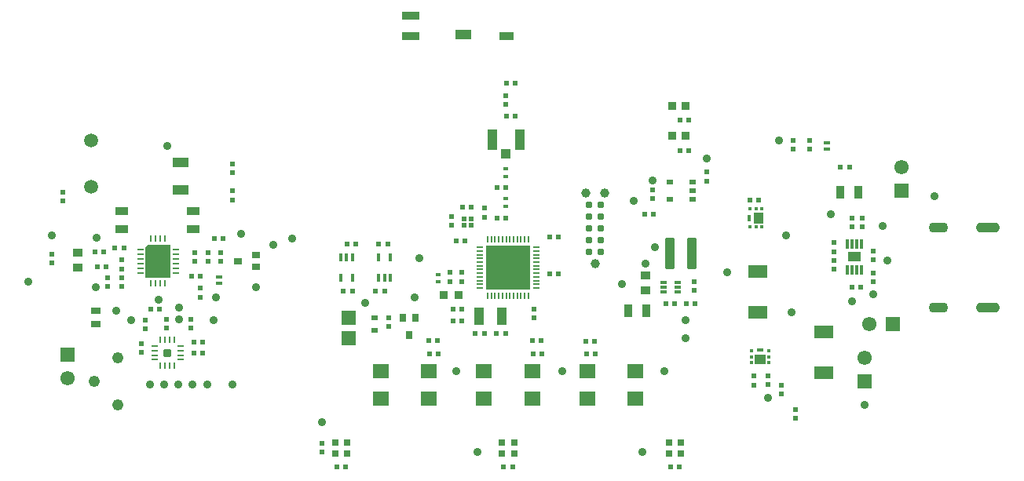
<source format=gbr>
G04*
G04 #@! TF.GenerationSoftware,Altium Limited,Altium Designer,24.3.1 (35)*
G04*
G04 Layer_Color=255*
%FSLAX44Y44*%
%MOMM*%
G71*
G04*
G04 #@! TF.SameCoordinates,025A4B24-8724-457C-B47B-0DB420FA472D*
G04*
G04*
G04 #@! TF.FilePolarity,Positive*
G04*
G01*
G75*
%ADD19R,1.6300X0.8600*%
%ADD20R,1.7700X1.1000*%
%ADD21R,1.8800X0.8600*%
%ADD22O,0.2000X0.8000*%
%ADD23O,0.8000X0.2000*%
%ADD24R,4.7000X4.7000*%
%ADD25R,0.6200X0.5700*%
%ADD26R,0.8000X0.7000*%
%ADD27R,0.5000X0.5500*%
%ADD28R,0.9500X0.9500*%
%ADD29R,0.8000X0.4600*%
%ADD30R,1.2000X1.1000*%
%ADD31R,0.4000X0.3500*%
%ADD32R,0.4600X0.8000*%
%ADD33R,1.1000X1.2000*%
%ADD34R,0.3500X0.4000*%
%ADD35R,0.4000X0.9500*%
%ADD36R,0.5700X0.6200*%
%ADD37R,1.1000X1.9000*%
%ADD38R,0.5200X0.4700*%
%ADD39R,1.4500X1.0500*%
%ADD40R,0.3200X1.0500*%
G04:AMPARAMS|DCode=41|XSize=0.3mm|YSize=0.67mm|CornerRadius=0.02mm|HoleSize=0mm|Usage=FLASHONLY|Rotation=270.000|XOffset=0mm|YOffset=0mm|HoleType=Round|Shape=RoundedRectangle|*
%AMROUNDEDRECTD41*
21,1,0.3000,0.6300,0,0,270.0*
21,1,0.2600,0.6700,0,0,270.0*
1,1,0.0400,-0.3150,-0.1300*
1,1,0.0400,-0.3150,0.1300*
1,1,0.0400,0.3150,0.1300*
1,1,0.0400,0.3150,-0.1300*
%
%ADD41ROUNDEDRECTD41*%
%ADD42R,0.8001X0.5500*%
G04:AMPARAMS|DCode=43|XSize=0.8mm|YSize=0.8mm|CornerRadius=0.02mm|HoleSize=0mm|Usage=FLASHONLY|Rotation=270.000|XOffset=0mm|YOffset=0mm|HoleType=Round|Shape=RoundedRectangle|*
%AMROUNDEDRECTD43*
21,1,0.8000,0.7600,0,0,270.0*
21,1,0.7600,0.8000,0,0,270.0*
1,1,0.0400,-0.3800,-0.3800*
1,1,0.0400,-0.3800,0.3800*
1,1,0.0400,0.3800,0.3800*
1,1,0.0400,0.3800,-0.3800*
%
%ADD43ROUNDEDRECTD43*%
G04:AMPARAMS|DCode=44|XSize=0.24mm|YSize=0.6mm|CornerRadius=0.02mm|HoleSize=0mm|Usage=FLASHONLY|Rotation=270.000|XOffset=0mm|YOffset=0mm|HoleType=Round|Shape=RoundedRectangle|*
%AMROUNDEDRECTD44*
21,1,0.2400,0.5600,0,0,270.0*
21,1,0.2000,0.6000,0,0,270.0*
1,1,0.0400,-0.2800,-0.1000*
1,1,0.0400,-0.2800,0.1000*
1,1,0.0400,0.2800,0.1000*
1,1,0.0400,0.2800,-0.1000*
%
%ADD44ROUNDEDRECTD44*%
G04:AMPARAMS|DCode=45|XSize=0.24mm|YSize=0.6mm|CornerRadius=0.02mm|HoleSize=0mm|Usage=FLASHONLY|Rotation=0.000|XOffset=0mm|YOffset=0mm|HoleType=Round|Shape=RoundedRectangle|*
%AMROUNDEDRECTD45*
21,1,0.2400,0.5600,0,0,0.0*
21,1,0.2000,0.6000,0,0,0.0*
1,1,0.0400,0.1000,-0.2800*
1,1,0.0400,-0.1000,-0.2800*
1,1,0.0400,-0.1000,0.2800*
1,1,0.0400,0.1000,0.2800*
%
%ADD45ROUNDEDRECTD45*%
%ADD46R,0.2500X0.7000*%
%ADD47R,0.7000X0.2500*%
%ADD48R,1.8000X1.5000*%
%ADD49R,0.5500X0.5000*%
%ADD50R,0.9500X1.3500*%
%ADD51R,1.0000X0.9000*%
G04:AMPARAMS|DCode=52|XSize=1.6mm|YSize=1.5mm|CornerRadius=0.03mm|HoleSize=0mm|Usage=FLASHONLY|Rotation=90.000|XOffset=0mm|YOffset=0mm|HoleType=Round|Shape=RoundedRectangle|*
%AMROUNDEDRECTD52*
21,1,1.6000,1.4400,0,0,90.0*
21,1,1.5400,1.5000,0,0,90.0*
1,1,0.0600,0.7200,0.7700*
1,1,0.0600,0.7200,-0.7700*
1,1,0.0600,-0.7200,-0.7700*
1,1,0.0600,-0.7200,0.7700*
%
%ADD52ROUNDEDRECTD52*%
%ADD53R,1.0000X0.8000*%
%ADD54R,0.9000X0.7000*%
%ADD55R,0.7000X0.9000*%
G04:AMPARAMS|DCode=56|XSize=0.98mm|YSize=3.4mm|CornerRadius=0.08mm|HoleSize=0mm|Usage=FLASHONLY|Rotation=180.000|XOffset=0mm|YOffset=0mm|HoleType=Round|Shape=RoundedRectangle|*
%AMROUNDEDRECTD56*
21,1,0.9800,3.2400,0,0,180.0*
21,1,0.8200,3.4000,0,0,180.0*
1,1,0.1600,-0.4100,1.6200*
1,1,0.1600,0.4100,1.6200*
1,1,0.1600,0.4100,-1.6200*
1,1,0.1600,-0.4100,-1.6200*
%
%ADD56ROUNDEDRECTD56*%
G04:AMPARAMS|DCode=57|XSize=0.4mm|YSize=0.5mm|CornerRadius=0.03mm|HoleSize=0mm|Usage=FLASHONLY|Rotation=270.000|XOffset=0mm|YOffset=0mm|HoleType=Round|Shape=RoundedRectangle|*
%AMROUNDEDRECTD57*
21,1,0.4000,0.4400,0,0,270.0*
21,1,0.3400,0.5000,0,0,270.0*
1,1,0.0600,-0.2200,-0.1700*
1,1,0.0600,-0.2200,0.1700*
1,1,0.0600,0.2200,0.1700*
1,1,0.0600,0.2200,-0.1700*
%
%ADD57ROUNDEDRECTD57*%
%ADD58R,0.9000X0.9700*%
%ADD59R,1.0000X1.0500*%
%ADD60R,1.0500X2.2000*%
%ADD61R,0.7000X0.4000*%
%ADD62R,2.1000X1.4000*%
%ADD63R,0.7000X0.4000*%
%ADD64R,0.7000X0.6000*%
%ADD65R,1.8000X1.1000*%
%ADD66R,1.4000X0.9500*%
%ADD122C,1.2192*%
G04:AMPARAMS|DCode=124|XSize=1.1mm|YSize=2.6mm|CornerRadius=0.55mm|HoleSize=0mm|Usage=FLASHONLY|Rotation=270.000|XOffset=0mm|YOffset=0mm|HoleType=Round|Shape=RoundedRectangle|*
%AMROUNDEDRECTD124*
21,1,1.1000,1.5000,0,0,270.0*
21,1,0.0000,2.6000,0,0,270.0*
1,1,1.1000,-0.7500,0.0000*
1,1,1.1000,-0.7500,0.0000*
1,1,1.1000,0.7500,0.0000*
1,1,1.1000,0.7500,0.0000*
%
%ADD124ROUNDEDRECTD124*%
G04:AMPARAMS|DCode=125|XSize=1.1mm|YSize=2.1mm|CornerRadius=0.55mm|HoleSize=0mm|Usage=FLASHONLY|Rotation=270.000|XOffset=0mm|YOffset=0mm|HoleType=Round|Shape=RoundedRectangle|*
%AMROUNDEDRECTD125*
21,1,1.1000,1.0000,0,0,270.0*
21,1,0.0000,2.1000,0,0,270.0*
1,1,1.1000,-0.5000,0.0000*
1,1,1.1000,-0.5000,0.0000*
1,1,1.1000,0.5000,0.0000*
1,1,1.1000,0.5000,0.0000*
%
%ADD125ROUNDEDRECTD125*%
%ADD128C,0.9000*%
%AMCUSTOMSHAPE129*
4,1,5,-1.3251,-1.8001,-1.3251,1.4809,-1.0059,1.8001,1.3251,1.8001,1.3251,-1.8001,-1.3251,-1.8001,0.0*%
%ADD129CUSTOMSHAPE129*%

%ADD130C,0.7870*%
%ADD142R,1.5500X1.5500*%
%ADD143C,1.5500*%
%ADD144R,1.5500X1.5500*%
%ADD145C,1.5000*%
%ADD146C,0.9910*%
D19*
X-1564Y249519D02*
D03*
D20*
X-48564Y251069D02*
D03*
D21*
X-104464Y249519D02*
D03*
Y271919D02*
D03*
D22*
X-22000Y-30640D02*
D03*
X-18000D02*
D03*
X-14000D02*
D03*
X-10000D02*
D03*
X-6000D02*
D03*
X-2000D02*
D03*
X2000D02*
D03*
X6000D02*
D03*
X10000D02*
D03*
X14000D02*
D03*
X18000D02*
D03*
X22000D02*
D03*
Y29860D02*
D03*
X18000D02*
D03*
X14000D02*
D03*
X10000D02*
D03*
X6000D02*
D03*
X2000D02*
D03*
X-2000D02*
D03*
X-6000D02*
D03*
X-10000D02*
D03*
X-14000D02*
D03*
X-18000D02*
D03*
X-22000D02*
D03*
D23*
X30250Y-22390D02*
D03*
Y-18390D02*
D03*
Y-14390D02*
D03*
Y-10390D02*
D03*
Y-6390D02*
D03*
Y-2390D02*
D03*
Y1610D02*
D03*
Y5610D02*
D03*
Y9610D02*
D03*
Y13610D02*
D03*
Y17610D02*
D03*
Y21610D02*
D03*
X-30250D02*
D03*
Y17610D02*
D03*
Y13610D02*
D03*
Y9610D02*
D03*
Y5610D02*
D03*
Y1610D02*
D03*
Y-2390D02*
D03*
Y-6390D02*
D03*
Y-10390D02*
D03*
Y-14390D02*
D03*
Y-18390D02*
D03*
Y-22390D02*
D03*
D24*
X0Y-390D02*
D03*
D25*
X-480060Y71350D02*
D03*
Y81050D02*
D03*
X-297180Y72620D02*
D03*
Y82320D02*
D03*
Y111530D02*
D03*
Y101830D02*
D03*
X351790Y26440D02*
D03*
Y16740D02*
D03*
Y-2310D02*
D03*
Y7390D02*
D03*
X200660Y-15240D02*
D03*
Y-24940D02*
D03*
X156210Y83590D02*
D03*
Y73890D02*
D03*
X214630Y102640D02*
D03*
Y92940D02*
D03*
X-341630Y-65810D02*
D03*
Y-56110D02*
D03*
X-337390Y16125D02*
D03*
Y6425D02*
D03*
X-395000Y-91960D02*
D03*
Y-82260D02*
D03*
X-323420Y6410D02*
D03*
Y16110D02*
D03*
X-416590Y-11140D02*
D03*
Y-20840D02*
D03*
Y7910D02*
D03*
Y-1790D02*
D03*
X27940Y-45070D02*
D03*
Y-54770D02*
D03*
X-25400Y63920D02*
D03*
Y54220D02*
D03*
X-61250Y54800D02*
D03*
Y45100D02*
D03*
X-62230Y-15400D02*
D03*
Y-5700D02*
D03*
X-49530Y-15400D02*
D03*
Y-5700D02*
D03*
D26*
X186500Y-201000D02*
D03*
Y-189000D02*
D03*
X173500D02*
D03*
Y-201000D02*
D03*
X6500D02*
D03*
Y-189000D02*
D03*
X-6500D02*
D03*
Y-201000D02*
D03*
X-173500D02*
D03*
Y-189000D02*
D03*
X-186500D02*
D03*
Y-201000D02*
D03*
D27*
X185750Y158750D02*
D03*
X195250D02*
D03*
X185750Y125730D02*
D03*
X195250D02*
D03*
X270180Y72390D02*
D03*
X260680D02*
D03*
X371170Y-21590D02*
D03*
X380670D02*
D03*
X201600Y-39370D02*
D03*
X192100D02*
D03*
X179930D02*
D03*
X170430D02*
D03*
X157150Y57150D02*
D03*
X147650D02*
D03*
X-329340Y-92390D02*
D03*
X-338840D02*
D03*
X-442930Y247D02*
D03*
X-433430D02*
D03*
X-331880Y-9840D02*
D03*
X-341380D02*
D03*
X-316760Y31000D02*
D03*
X-307260D02*
D03*
X-375825Y-45078D02*
D03*
X-385325D02*
D03*
X-85260Y-79210D02*
D03*
X-75760D02*
D03*
X26500D02*
D03*
X36000D02*
D03*
X84150Y-80010D02*
D03*
X93650D02*
D03*
D28*
X191650Y173990D02*
D03*
X176650D02*
D03*
X191650Y142240D02*
D03*
X176650D02*
D03*
D29*
X271780Y-89420D02*
D03*
D30*
Y-99320D02*
D03*
D31*
X262268Y-90020D02*
D03*
X281292D02*
D03*
X262268Y-103020D02*
D03*
X281292D02*
D03*
X262268Y-96520D02*
D03*
X281292D02*
D03*
D32*
X260350Y53340D02*
D03*
D33*
X270250D02*
D03*
D34*
X260950Y43828D02*
D03*
Y62852D02*
D03*
X273950Y43828D02*
D03*
Y62852D02*
D03*
X267450Y43828D02*
D03*
Y62852D02*
D03*
D35*
X-139496Y10310D02*
D03*
X-126496D02*
D03*
Y-11690D02*
D03*
X-132996D02*
D03*
X-139496D02*
D03*
X-167490D02*
D03*
X-180490D02*
D03*
Y10310D02*
D03*
X-173990D02*
D03*
X-167490D02*
D03*
D36*
X-139470Y25400D02*
D03*
X-129770D02*
D03*
X-132996Y-25400D02*
D03*
X-142696D02*
D03*
X-55886Y28189D02*
D03*
X-46186D02*
D03*
X-167870Y-25400D02*
D03*
X-177570D02*
D03*
X-173760Y25400D02*
D03*
X-164060D02*
D03*
X358282Y108024D02*
D03*
X367982D02*
D03*
X-338940Y-80960D02*
D03*
X-329240D02*
D03*
X-435680Y17030D02*
D03*
X-445380D02*
D03*
X-414330Y20640D02*
D03*
X-424030D02*
D03*
X-1858Y198422D02*
D03*
X7842D02*
D03*
X-1858Y162862D02*
D03*
X7842D02*
D03*
X44680Y-6740D02*
D03*
X54380D02*
D03*
X44988Y32497D02*
D03*
X54688D02*
D03*
X-2318Y85782D02*
D03*
X-12018D02*
D03*
X-2168Y53380D02*
D03*
X-11868D02*
D03*
X-2770Y-71120D02*
D03*
X-12470D02*
D03*
X-35330D02*
D03*
X-25630D02*
D03*
X-49300Y64770D02*
D03*
X-39600D02*
D03*
X-49760Y-57540D02*
D03*
X-59460D02*
D03*
X-49760Y-44840D02*
D03*
X-59460D02*
D03*
X4850Y-215100D02*
D03*
X-4850D02*
D03*
X184850D02*
D03*
X175150D02*
D03*
X-175067Y-215005D02*
D03*
X-184767D02*
D03*
X-84860Y-93180D02*
D03*
X-75160D02*
D03*
X26900D02*
D03*
X36600D02*
D03*
X84550D02*
D03*
X94250D02*
D03*
D37*
X-6619Y-52700D02*
D03*
X-31619D02*
D03*
D38*
X-47570Y45330D02*
D03*
Y52030D02*
D03*
X-39370D02*
D03*
Y45330D02*
D03*
D39*
X373380Y11430D02*
D03*
D40*
X380880Y25530D02*
D03*
X375880D02*
D03*
X370880D02*
D03*
X365880D02*
D03*
X380880Y-2670D02*
D03*
X375880D02*
D03*
X370880D02*
D03*
X365880D02*
D03*
D41*
X182660Y-26590D02*
D03*
Y-21590D02*
D03*
Y-16590D02*
D03*
X167860D02*
D03*
Y-21590D02*
D03*
Y-26590D02*
D03*
D42*
X174181Y73050D02*
D03*
Y92050D02*
D03*
X199200D02*
D03*
Y82550D02*
D03*
Y73050D02*
D03*
D43*
X-367060Y-92190D02*
D03*
D44*
X-353060Y-84690D02*
D03*
Y-89690D02*
D03*
Y-94690D02*
D03*
Y-99690D02*
D03*
X-381060D02*
D03*
Y-94690D02*
D03*
Y-89690D02*
D03*
Y-84690D02*
D03*
D45*
X-359560Y-106190D02*
D03*
X-364560D02*
D03*
X-369560D02*
D03*
X-374560D02*
D03*
Y-78190D02*
D03*
X-369560D02*
D03*
X-364560D02*
D03*
X-359560D02*
D03*
D46*
X-384770Y-17330D02*
D03*
X-379770D02*
D03*
X-374770D02*
D03*
X-369770D02*
D03*
Y30670D02*
D03*
X-374770D02*
D03*
X-379770D02*
D03*
X-384770D02*
D03*
D47*
X-358270Y-5830D02*
D03*
Y-830D02*
D03*
Y4170D02*
D03*
Y9170D02*
D03*
Y14170D02*
D03*
Y19170D02*
D03*
X-396270Y4170D02*
D03*
Y19170D02*
D03*
Y14170D02*
D03*
Y9170D02*
D03*
Y-830D02*
D03*
Y-5830D02*
D03*
D48*
X-85460Y-112440D02*
D03*
Y-141440D02*
D03*
X-137460Y-112440D02*
D03*
Y-141440D02*
D03*
X26000Y-112440D02*
D03*
Y-141440D02*
D03*
X-26000Y-112440D02*
D03*
Y-141440D02*
D03*
X137460Y-112440D02*
D03*
Y-141440D02*
D03*
X85460Y-112440D02*
D03*
Y-141440D02*
D03*
D49*
X294640Y-136830D02*
D03*
Y-127330D02*
D03*
X265430Y-127000D02*
D03*
Y-117500D02*
D03*
X307340Y127330D02*
D03*
Y136830D02*
D03*
X325137Y127330D02*
D03*
Y136830D02*
D03*
X280670Y-126670D02*
D03*
Y-117170D02*
D03*
X309880Y-162814D02*
D03*
Y-153314D02*
D03*
X382270Y43510D02*
D03*
Y53010D02*
D03*
X393700Y-15740D02*
D03*
Y-6240D02*
D03*
X370840Y53010D02*
D03*
Y43510D02*
D03*
X393700Y17450D02*
D03*
Y7950D02*
D03*
X-309971Y16010D02*
D03*
Y6510D02*
D03*
X-331550Y-32040D02*
D03*
Y-22540D02*
D03*
X-491520Y4660D02*
D03*
Y14160D02*
D03*
X-368300Y-65710D02*
D03*
Y-56210D02*
D03*
X-391240Y-66660D02*
D03*
Y-57160D02*
D03*
X-431830Y-20740D02*
D03*
Y-11240D02*
D03*
X-128270Y-63560D02*
D03*
Y-54060D02*
D03*
X-2088Y175892D02*
D03*
Y185392D02*
D03*
X-200660Y-199530D02*
D03*
Y-190030D02*
D03*
D50*
X378050Y81280D02*
D03*
X358550D02*
D03*
X149450Y-46990D02*
D03*
X129950D02*
D03*
D51*
X-463580Y-262D02*
D03*
Y15738D02*
D03*
X148590Y-24510D02*
D03*
Y-8510D02*
D03*
D52*
X-171450Y-76160D02*
D03*
Y-54160D02*
D03*
D53*
X-444580Y-61540D02*
D03*
Y-47040D02*
D03*
D54*
X-290860Y6870D02*
D03*
X-271860Y13370D02*
D03*
Y370D02*
D03*
D55*
X-106680Y-73390D02*
D03*
X-113180Y-54390D02*
D03*
X-100180D02*
D03*
D56*
X198540Y15240D02*
D03*
X174840D02*
D03*
D57*
X-2088Y106112D02*
D03*
Y98112D02*
D03*
Y74152D02*
D03*
Y66152D02*
D03*
X-74930Y-7820D02*
D03*
Y-15820D02*
D03*
D58*
X-53340Y-29600D02*
D03*
X-69040D02*
D03*
D59*
X-2088Y122212D02*
D03*
D60*
X12662Y137462D02*
D03*
X-16838D02*
D03*
D61*
X344170Y134310D02*
D03*
Y127310D02*
D03*
D62*
X340360Y-113440D02*
D03*
Y-69440D02*
D03*
X269240Y-48670D02*
D03*
Y-4670D02*
D03*
D63*
X-311230Y-17150D02*
D03*
Y-10150D02*
D03*
D64*
X-143510Y-54350D02*
D03*
Y-68350D02*
D03*
D65*
X-353090Y113310D02*
D03*
Y83310D02*
D03*
D66*
X-416590Y41570D02*
D03*
Y61070D02*
D03*
X-339120Y41570D02*
D03*
Y61070D02*
D03*
D122*
X-420370Y-148590D02*
D03*
X-445770Y-123190D02*
D03*
X-420370Y-97790D02*
D03*
D124*
X517500Y-43200D02*
D03*
Y43200D02*
D03*
D125*
X463900Y-43200D02*
D03*
Y43200D02*
D03*
D128*
X-297180Y-126680D02*
D03*
X-324565D02*
D03*
X-516890Y-15240D02*
D03*
X158750Y21590D02*
D03*
X-153670Y-38100D02*
D03*
X-95250Y10160D02*
D03*
X280678Y-141031D02*
D03*
X459486Y76454D02*
D03*
X292100Y137160D02*
D03*
X384810Y-148590D02*
D03*
X306070Y-48260D02*
D03*
X236220Y-5080D02*
D03*
X299720Y34290D02*
D03*
X403860Y44450D02*
D03*
X393700Y-29210D02*
D03*
X370840Y-36830D02*
D03*
X347980Y57150D02*
D03*
X408940Y7620D02*
D03*
X156210Y93980D02*
D03*
X214630Y117024D02*
D03*
X191770Y-57150D02*
D03*
X148590Y3810D02*
D03*
X191770Y-76200D02*
D03*
X123190Y-17780D02*
D03*
X135225Y71939D02*
D03*
X-444500Y-21590D02*
D03*
X-491570Y34610D02*
D03*
X-315040Y-32700D02*
D03*
X-252730Y24130D02*
D03*
X-443310Y32070D02*
D03*
X-287465Y36222D02*
D03*
X-386210Y-126680D02*
D03*
X-370799D02*
D03*
X-354330Y-43180D02*
D03*
X-271810Y-21070D02*
D03*
X-367030Y130810D02*
D03*
X-354330Y-55880D02*
D03*
X-317580Y-57140D02*
D03*
X-355387Y-126680D02*
D03*
X-339976D02*
D03*
X-406430Y-56940D02*
D03*
X-377024Y-34713D02*
D03*
X-421974Y-46811D02*
D03*
X-232410Y31000D02*
D03*
X144780Y-199390D02*
D03*
X-33020D02*
D03*
X-200660Y-167240D02*
D03*
X-100330Y-32620D02*
D03*
X-55880Y-111760D02*
D03*
X58420D02*
D03*
X168910D02*
D03*
D129*
X-377270Y6671D02*
D03*
D130*
X87630Y16510D02*
D03*
Y29210D02*
D03*
Y41910D02*
D03*
Y54610D02*
D03*
Y67310D02*
D03*
X100330D02*
D03*
Y54610D02*
D03*
Y41910D02*
D03*
Y29210D02*
D03*
Y16510D02*
D03*
D142*
X-474980Y-93980D02*
D03*
X384810Y-123190D02*
D03*
X424180Y82550D02*
D03*
D143*
X-474980Y-119380D02*
D03*
X389890Y-60960D02*
D03*
X384810Y-97790D02*
D03*
X424180Y107950D02*
D03*
D144*
X415290Y-60960D02*
D03*
D145*
X-449580Y86760D02*
D03*
Y136760D02*
D03*
D146*
X93980Y3810D02*
D03*
X104130Y80010D02*
D03*
X83830D02*
D03*
M02*

</source>
